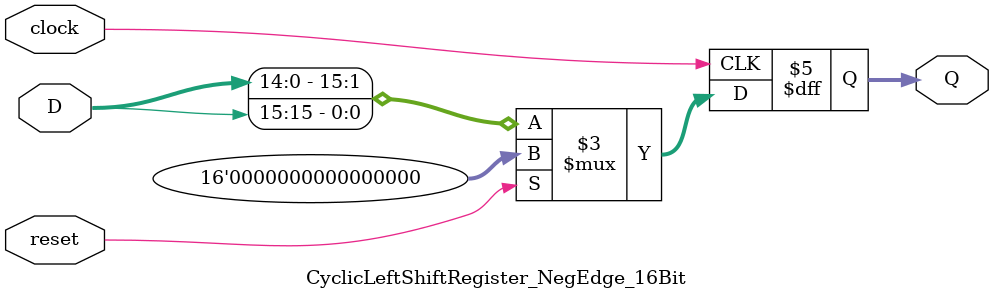
<source format=v>
module CyclicLeftShiftRegister_NegEdge_16Bit (clock, reset, D, Q);
    input clock;
    input reset;
    input [15:0] D;
    output reg [15:0] Q;

    always @(negedge clock)
    begin
        if (reset)
            Q <= 16'b0000000000000000;
        else
            Q <= {D[14:0], D[15]};        
    end
endmodule

</source>
